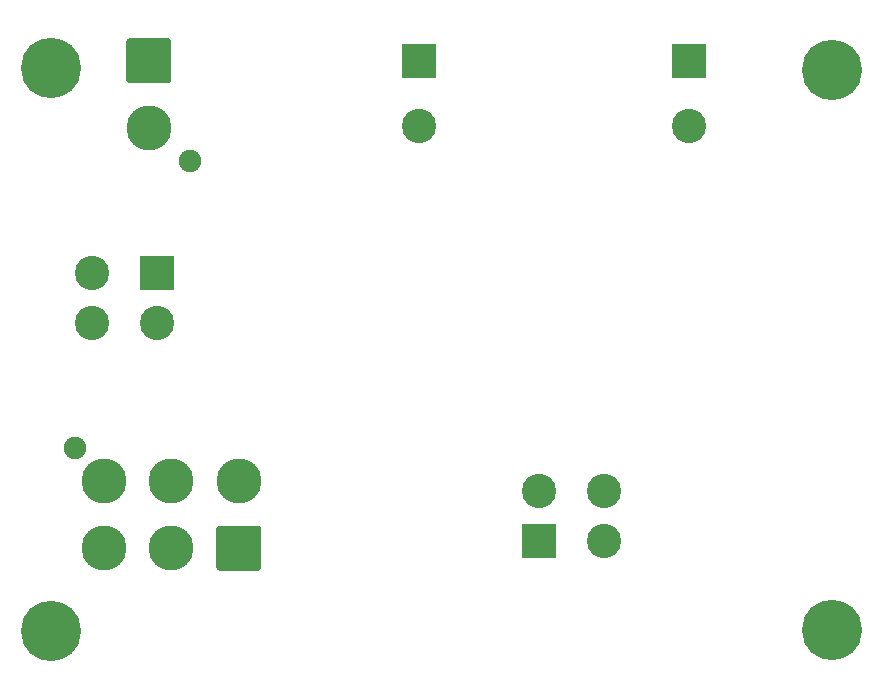
<source format=gbr>
%TF.GenerationSoftware,KiCad,Pcbnew,(5.1.6)-1*%
%TF.CreationDate,2021-04-27T16:34:21-04:00*%
%TF.ProjectId,GLV_BOBV6,474c565f-424f-4425-9636-2e6b69636164,rev?*%
%TF.SameCoordinates,Original*%
%TF.FileFunction,Soldermask,Bot*%
%TF.FilePolarity,Negative*%
%FSLAX46Y46*%
G04 Gerber Fmt 4.6, Leading zero omitted, Abs format (unit mm)*
G04 Created by KiCad (PCBNEW (5.1.6)-1) date 2021-04-27 16:34:21*
%MOMM*%
%LPD*%
G01*
G04 APERTURE LIST*
%ADD10R,2.900000X2.900000*%
%ADD11C,2.900000*%
%ADD12C,5.100000*%
%ADD13C,1.900000*%
%ADD14C,3.800000*%
G04 APERTURE END LIST*
D10*
%TO.C,J2 Extra 24V*%
X177800000Y-21590000D03*
D11*
X177800000Y-27090000D03*
%TD*%
%TO.C,J3 CAN ISO*%
X154940000Y-27090000D03*
D10*
X154940000Y-21590000D03*
%TD*%
D11*
%TO.C,J4 Logic*%
X170600000Y-58030000D03*
X170600000Y-62230000D03*
X165100000Y-58030000D03*
D10*
X165100000Y-62230000D03*
%TD*%
%TO.C,J5 TSI*%
X132800000Y-39600000D03*
D11*
X132800000Y-43800000D03*
X127300000Y-39600000D03*
X127300000Y-43800000D03*
%TD*%
D12*
%TO.C,H1*%
X123825000Y-22225000D03*
%TD*%
%TO.C,H2*%
X123825000Y-69850000D03*
%TD*%
%TO.C,H3*%
X189950000Y-22350000D03*
%TD*%
%TO.C,H4*%
X189950000Y-69800000D03*
%TD*%
D13*
%TO.C,J1 LSP*%
X135560000Y-30060000D03*
D14*
X132080000Y-27290000D03*
G36*
G01*
X130180000Y-23233242D02*
X130180000Y-19946758D01*
G75*
G02*
X130436758Y-19690000I256758J0D01*
G01*
X133723242Y-19690000D01*
G75*
G02*
X133980000Y-19946758I0J-256758D01*
G01*
X133980000Y-23233242D01*
G75*
G02*
X133723242Y-23490000I-256758J0D01*
G01*
X130436758Y-23490000D01*
G75*
G02*
X130180000Y-23233242I0J256758D01*
G01*
G37*
%TD*%
D13*
%TO.C,J6 Breakers*%
X125820000Y-54395000D03*
D14*
X128300000Y-57165000D03*
X134000000Y-57165000D03*
X139700000Y-57165000D03*
X128300000Y-62865000D03*
X134000000Y-62865000D03*
G36*
G01*
X141600000Y-61221758D02*
X141600000Y-64508242D01*
G75*
G02*
X141343242Y-64765000I-256758J0D01*
G01*
X138056758Y-64765000D01*
G75*
G02*
X137800000Y-64508242I0J256758D01*
G01*
X137800000Y-61221758D01*
G75*
G02*
X138056758Y-60965000I256758J0D01*
G01*
X141343242Y-60965000D01*
G75*
G02*
X141600000Y-61221758I0J-256758D01*
G01*
G37*
%TD*%
M02*

</source>
